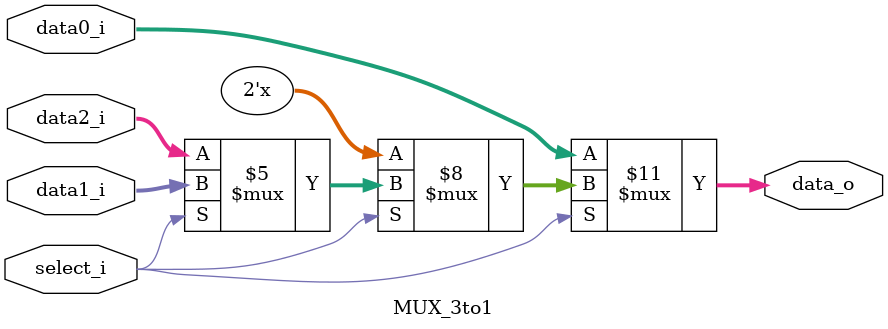
<source format=v>

module MUX_3to1(
               data0_i,
               data1_i,
	       data2_i,
               select_i,
               data_o
               );

parameter size = 0;			   
			
//I/O ports               
input   [size-1:0] data0_i;          
input   [size-1:0] data1_i;
input   [size-1:0] data2_i;
input   select_i;
output  [size-1:0] data_o; 

//Internal Signals
reg     [size-1:0] data_o;

//Main function
always@(*) begin
	if(select_i == 0)	
		data_o = data0_i;
	else if(select_i == 1)
		data_o = data1_i;
	else
		data_o = data2_i;
end

endmodule      
          
          
</source>
